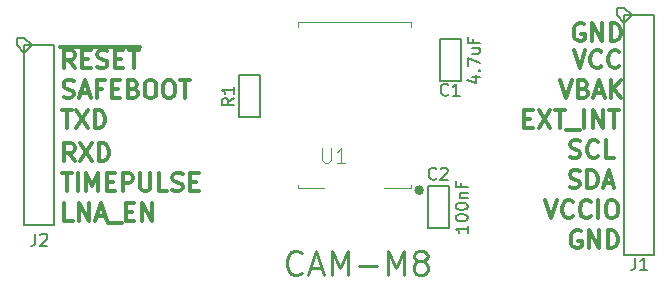
<source format=gto>
G04 #@! TF.FileFunction,Legend,Top*
%FSLAX46Y46*%
G04 Gerber Fmt 4.6, Leading zero omitted, Abs format (unit mm)*
G04 Created by KiCad (PCBNEW 4.0.7) date 01/22/18 17:36:01*
%MOMM*%
%LPD*%
G01*
G04 APERTURE LIST*
%ADD10C,0.100000*%
%ADD11C,0.300000*%
%ADD12C,0.127000*%
%ADD13C,0.120000*%
%ADD14C,0.400000*%
%ADD15C,0.152400*%
%ADD16C,0.250000*%
G04 APERTURE END LIST*
D10*
D11*
X124769429Y-116502571D02*
X124055143Y-116502571D01*
X124055143Y-115002571D01*
X125269429Y-116502571D02*
X125269429Y-115002571D01*
X126126572Y-116502571D01*
X126126572Y-115002571D01*
X126769429Y-116074000D02*
X127483715Y-116074000D01*
X126626572Y-116502571D02*
X127126572Y-115002571D01*
X127626572Y-116502571D01*
X127769429Y-116645429D02*
X128912286Y-116645429D01*
X129269429Y-115716857D02*
X129769429Y-115716857D01*
X129983715Y-116502571D02*
X129269429Y-116502571D01*
X129269429Y-115002571D01*
X129983715Y-115002571D01*
X130626572Y-116502571D02*
X130626572Y-115002571D01*
X131483715Y-116502571D01*
X131483715Y-115002571D01*
X123840857Y-112462571D02*
X124698000Y-112462571D01*
X124269429Y-113962571D02*
X124269429Y-112462571D01*
X125198000Y-113962571D02*
X125198000Y-112462571D01*
X125912286Y-113962571D02*
X125912286Y-112462571D01*
X126412286Y-113534000D01*
X126912286Y-112462571D01*
X126912286Y-113962571D01*
X127626572Y-113176857D02*
X128126572Y-113176857D01*
X128340858Y-113962571D02*
X127626572Y-113962571D01*
X127626572Y-112462571D01*
X128340858Y-112462571D01*
X128983715Y-113962571D02*
X128983715Y-112462571D01*
X129555143Y-112462571D01*
X129698001Y-112534000D01*
X129769429Y-112605429D01*
X129840858Y-112748286D01*
X129840858Y-112962571D01*
X129769429Y-113105429D01*
X129698001Y-113176857D01*
X129555143Y-113248286D01*
X128983715Y-113248286D01*
X130483715Y-112462571D02*
X130483715Y-113676857D01*
X130555143Y-113819714D01*
X130626572Y-113891143D01*
X130769429Y-113962571D01*
X131055143Y-113962571D01*
X131198001Y-113891143D01*
X131269429Y-113819714D01*
X131340858Y-113676857D01*
X131340858Y-112462571D01*
X132769430Y-113962571D02*
X132055144Y-113962571D01*
X132055144Y-112462571D01*
X133198001Y-113891143D02*
X133412287Y-113962571D01*
X133769430Y-113962571D01*
X133912287Y-113891143D01*
X133983716Y-113819714D01*
X134055144Y-113676857D01*
X134055144Y-113534000D01*
X133983716Y-113391143D01*
X133912287Y-113319714D01*
X133769430Y-113248286D01*
X133483716Y-113176857D01*
X133340858Y-113105429D01*
X133269430Y-113034000D01*
X133198001Y-112891143D01*
X133198001Y-112748286D01*
X133269430Y-112605429D01*
X133340858Y-112534000D01*
X133483716Y-112462571D01*
X133840858Y-112462571D01*
X134055144Y-112534000D01*
X134698001Y-113176857D02*
X135198001Y-113176857D01*
X135412287Y-113962571D02*
X134698001Y-113962571D01*
X134698001Y-112462571D01*
X135412287Y-112462571D01*
X124912286Y-111422571D02*
X124412286Y-110708286D01*
X124055143Y-111422571D02*
X124055143Y-109922571D01*
X124626571Y-109922571D01*
X124769429Y-109994000D01*
X124840857Y-110065429D01*
X124912286Y-110208286D01*
X124912286Y-110422571D01*
X124840857Y-110565429D01*
X124769429Y-110636857D01*
X124626571Y-110708286D01*
X124055143Y-110708286D01*
X125412286Y-109922571D02*
X126412286Y-111422571D01*
X126412286Y-109922571D02*
X125412286Y-111422571D01*
X126983714Y-111422571D02*
X126983714Y-109922571D01*
X127340857Y-109922571D01*
X127555142Y-109994000D01*
X127698000Y-110136857D01*
X127769428Y-110279714D01*
X127840857Y-110565429D01*
X127840857Y-110779714D01*
X127769428Y-111065429D01*
X127698000Y-111208286D01*
X127555142Y-111351143D01*
X127340857Y-111422571D01*
X126983714Y-111422571D01*
X123840857Y-107128571D02*
X124698000Y-107128571D01*
X124269429Y-108628571D02*
X124269429Y-107128571D01*
X125055143Y-107128571D02*
X126055143Y-108628571D01*
X126055143Y-107128571D02*
X125055143Y-108628571D01*
X126626571Y-108628571D02*
X126626571Y-107128571D01*
X126983714Y-107128571D01*
X127197999Y-107200000D01*
X127340857Y-107342857D01*
X127412285Y-107485714D01*
X127483714Y-107771429D01*
X127483714Y-107985714D01*
X127412285Y-108271429D01*
X127340857Y-108414286D01*
X127197999Y-108557143D01*
X126983714Y-108628571D01*
X126626571Y-108628571D01*
X123983714Y-106017143D02*
X124198000Y-106088571D01*
X124555143Y-106088571D01*
X124698000Y-106017143D01*
X124769429Y-105945714D01*
X124840857Y-105802857D01*
X124840857Y-105660000D01*
X124769429Y-105517143D01*
X124698000Y-105445714D01*
X124555143Y-105374286D01*
X124269429Y-105302857D01*
X124126571Y-105231429D01*
X124055143Y-105160000D01*
X123983714Y-105017143D01*
X123983714Y-104874286D01*
X124055143Y-104731429D01*
X124126571Y-104660000D01*
X124269429Y-104588571D01*
X124626571Y-104588571D01*
X124840857Y-104660000D01*
X125412285Y-105660000D02*
X126126571Y-105660000D01*
X125269428Y-106088571D02*
X125769428Y-104588571D01*
X126269428Y-106088571D01*
X127269428Y-105302857D02*
X126769428Y-105302857D01*
X126769428Y-106088571D02*
X126769428Y-104588571D01*
X127483714Y-104588571D01*
X128055142Y-105302857D02*
X128555142Y-105302857D01*
X128769428Y-106088571D02*
X128055142Y-106088571D01*
X128055142Y-104588571D01*
X128769428Y-104588571D01*
X129912285Y-105302857D02*
X130126571Y-105374286D01*
X130197999Y-105445714D01*
X130269428Y-105588571D01*
X130269428Y-105802857D01*
X130197999Y-105945714D01*
X130126571Y-106017143D01*
X129983713Y-106088571D01*
X129412285Y-106088571D01*
X129412285Y-104588571D01*
X129912285Y-104588571D01*
X130055142Y-104660000D01*
X130126571Y-104731429D01*
X130197999Y-104874286D01*
X130197999Y-105017143D01*
X130126571Y-105160000D01*
X130055142Y-105231429D01*
X129912285Y-105302857D01*
X129412285Y-105302857D01*
X131197999Y-104588571D02*
X131483713Y-104588571D01*
X131626571Y-104660000D01*
X131769428Y-104802857D01*
X131840856Y-105088571D01*
X131840856Y-105588571D01*
X131769428Y-105874286D01*
X131626571Y-106017143D01*
X131483713Y-106088571D01*
X131197999Y-106088571D01*
X131055142Y-106017143D01*
X130912285Y-105874286D01*
X130840856Y-105588571D01*
X130840856Y-105088571D01*
X130912285Y-104802857D01*
X131055142Y-104660000D01*
X131197999Y-104588571D01*
X132769428Y-104588571D02*
X133055142Y-104588571D01*
X133198000Y-104660000D01*
X133340857Y-104802857D01*
X133412285Y-105088571D01*
X133412285Y-105588571D01*
X133340857Y-105874286D01*
X133198000Y-106017143D01*
X133055142Y-106088571D01*
X132769428Y-106088571D01*
X132626571Y-106017143D01*
X132483714Y-105874286D01*
X132412285Y-105588571D01*
X132412285Y-105088571D01*
X132483714Y-104802857D01*
X132626571Y-104660000D01*
X132769428Y-104588571D01*
X133840857Y-104588571D02*
X134698000Y-104588571D01*
X134269429Y-106088571D02*
X134269429Y-104588571D01*
X124912286Y-103548571D02*
X124412286Y-102834286D01*
X124055143Y-103548571D02*
X124055143Y-102048571D01*
X124626571Y-102048571D01*
X124769429Y-102120000D01*
X124840857Y-102191429D01*
X124912286Y-102334286D01*
X124912286Y-102548571D01*
X124840857Y-102691429D01*
X124769429Y-102762857D01*
X124626571Y-102834286D01*
X124055143Y-102834286D01*
X125555143Y-102762857D02*
X126055143Y-102762857D01*
X126269429Y-103548571D02*
X125555143Y-103548571D01*
X125555143Y-102048571D01*
X126269429Y-102048571D01*
X126840857Y-103477143D02*
X127055143Y-103548571D01*
X127412286Y-103548571D01*
X127555143Y-103477143D01*
X127626572Y-103405714D01*
X127698000Y-103262857D01*
X127698000Y-103120000D01*
X127626572Y-102977143D01*
X127555143Y-102905714D01*
X127412286Y-102834286D01*
X127126572Y-102762857D01*
X126983714Y-102691429D01*
X126912286Y-102620000D01*
X126840857Y-102477143D01*
X126840857Y-102334286D01*
X126912286Y-102191429D01*
X126983714Y-102120000D01*
X127126572Y-102048571D01*
X127483714Y-102048571D01*
X127698000Y-102120000D01*
X128340857Y-102762857D02*
X128840857Y-102762857D01*
X129055143Y-103548571D02*
X128340857Y-103548571D01*
X128340857Y-102048571D01*
X129055143Y-102048571D01*
X129483714Y-102048571D02*
X130340857Y-102048571D01*
X129912286Y-103548571D02*
X129912286Y-102048571D01*
X123698000Y-101790000D02*
X130483714Y-101790000D01*
X167767143Y-117360000D02*
X167624286Y-117288571D01*
X167410000Y-117288571D01*
X167195715Y-117360000D01*
X167052857Y-117502857D01*
X166981429Y-117645714D01*
X166910000Y-117931429D01*
X166910000Y-118145714D01*
X166981429Y-118431429D01*
X167052857Y-118574286D01*
X167195715Y-118717143D01*
X167410000Y-118788571D01*
X167552857Y-118788571D01*
X167767143Y-118717143D01*
X167838572Y-118645714D01*
X167838572Y-118145714D01*
X167552857Y-118145714D01*
X168481429Y-118788571D02*
X168481429Y-117288571D01*
X169338572Y-118788571D01*
X169338572Y-117288571D01*
X170052858Y-118788571D02*
X170052858Y-117288571D01*
X170410001Y-117288571D01*
X170624286Y-117360000D01*
X170767144Y-117502857D01*
X170838572Y-117645714D01*
X170910001Y-117931429D01*
X170910001Y-118145714D01*
X170838572Y-118431429D01*
X170767144Y-118574286D01*
X170624286Y-118717143D01*
X170410001Y-118788571D01*
X170052858Y-118788571D01*
X164751143Y-114748571D02*
X165251143Y-116248571D01*
X165751143Y-114748571D01*
X167108286Y-116105714D02*
X167036857Y-116177143D01*
X166822571Y-116248571D01*
X166679714Y-116248571D01*
X166465429Y-116177143D01*
X166322571Y-116034286D01*
X166251143Y-115891429D01*
X166179714Y-115605714D01*
X166179714Y-115391429D01*
X166251143Y-115105714D01*
X166322571Y-114962857D01*
X166465429Y-114820000D01*
X166679714Y-114748571D01*
X166822571Y-114748571D01*
X167036857Y-114820000D01*
X167108286Y-114891429D01*
X168608286Y-116105714D02*
X168536857Y-116177143D01*
X168322571Y-116248571D01*
X168179714Y-116248571D01*
X167965429Y-116177143D01*
X167822571Y-116034286D01*
X167751143Y-115891429D01*
X167679714Y-115605714D01*
X167679714Y-115391429D01*
X167751143Y-115105714D01*
X167822571Y-114962857D01*
X167965429Y-114820000D01*
X168179714Y-114748571D01*
X168322571Y-114748571D01*
X168536857Y-114820000D01*
X168608286Y-114891429D01*
X169251143Y-116248571D02*
X169251143Y-114748571D01*
X170251143Y-114748571D02*
X170536857Y-114748571D01*
X170679715Y-114820000D01*
X170822572Y-114962857D01*
X170894000Y-115248571D01*
X170894000Y-115748571D01*
X170822572Y-116034286D01*
X170679715Y-116177143D01*
X170536857Y-116248571D01*
X170251143Y-116248571D01*
X170108286Y-116177143D01*
X169965429Y-116034286D01*
X169894000Y-115748571D01*
X169894000Y-115248571D01*
X169965429Y-114962857D01*
X170108286Y-114820000D01*
X170251143Y-114748571D01*
X166834572Y-113637143D02*
X167048858Y-113708571D01*
X167406001Y-113708571D01*
X167548858Y-113637143D01*
X167620287Y-113565714D01*
X167691715Y-113422857D01*
X167691715Y-113280000D01*
X167620287Y-113137143D01*
X167548858Y-113065714D01*
X167406001Y-112994286D01*
X167120287Y-112922857D01*
X166977429Y-112851429D01*
X166906001Y-112780000D01*
X166834572Y-112637143D01*
X166834572Y-112494286D01*
X166906001Y-112351429D01*
X166977429Y-112280000D01*
X167120287Y-112208571D01*
X167477429Y-112208571D01*
X167691715Y-112280000D01*
X168334572Y-113708571D02*
X168334572Y-112208571D01*
X168691715Y-112208571D01*
X168906000Y-112280000D01*
X169048858Y-112422857D01*
X169120286Y-112565714D01*
X169191715Y-112851429D01*
X169191715Y-113065714D01*
X169120286Y-113351429D01*
X169048858Y-113494286D01*
X168906000Y-113637143D01*
X168691715Y-113708571D01*
X168334572Y-113708571D01*
X169763143Y-113280000D02*
X170477429Y-113280000D01*
X169620286Y-113708571D02*
X170120286Y-112208571D01*
X170620286Y-113708571D01*
X166870286Y-111097143D02*
X167084572Y-111168571D01*
X167441715Y-111168571D01*
X167584572Y-111097143D01*
X167656001Y-111025714D01*
X167727429Y-110882857D01*
X167727429Y-110740000D01*
X167656001Y-110597143D01*
X167584572Y-110525714D01*
X167441715Y-110454286D01*
X167156001Y-110382857D01*
X167013143Y-110311429D01*
X166941715Y-110240000D01*
X166870286Y-110097143D01*
X166870286Y-109954286D01*
X166941715Y-109811429D01*
X167013143Y-109740000D01*
X167156001Y-109668571D01*
X167513143Y-109668571D01*
X167727429Y-109740000D01*
X169227429Y-111025714D02*
X169156000Y-111097143D01*
X168941714Y-111168571D01*
X168798857Y-111168571D01*
X168584572Y-111097143D01*
X168441714Y-110954286D01*
X168370286Y-110811429D01*
X168298857Y-110525714D01*
X168298857Y-110311429D01*
X168370286Y-110025714D01*
X168441714Y-109882857D01*
X168584572Y-109740000D01*
X168798857Y-109668571D01*
X168941714Y-109668571D01*
X169156000Y-109740000D01*
X169227429Y-109811429D01*
X170584572Y-111168571D02*
X169870286Y-111168571D01*
X169870286Y-109668571D01*
X162985143Y-107842857D02*
X163485143Y-107842857D01*
X163699429Y-108628571D02*
X162985143Y-108628571D01*
X162985143Y-107128571D01*
X163699429Y-107128571D01*
X164199429Y-107128571D02*
X165199429Y-108628571D01*
X165199429Y-107128571D02*
X164199429Y-108628571D01*
X165556571Y-107128571D02*
X166413714Y-107128571D01*
X165985143Y-108628571D02*
X165985143Y-107128571D01*
X166556571Y-108771429D02*
X167699428Y-108771429D01*
X168056571Y-108628571D02*
X168056571Y-107128571D01*
X168770857Y-108628571D02*
X168770857Y-107128571D01*
X169628000Y-108628571D01*
X169628000Y-107128571D01*
X170128000Y-107128571D02*
X170985143Y-107128571D01*
X170556572Y-108628571D02*
X170556572Y-107128571D01*
X166013143Y-104588571D02*
X166513143Y-106088571D01*
X167013143Y-104588571D01*
X168013143Y-105302857D02*
X168227429Y-105374286D01*
X168298857Y-105445714D01*
X168370286Y-105588571D01*
X168370286Y-105802857D01*
X168298857Y-105945714D01*
X168227429Y-106017143D01*
X168084571Y-106088571D01*
X167513143Y-106088571D01*
X167513143Y-104588571D01*
X168013143Y-104588571D01*
X168156000Y-104660000D01*
X168227429Y-104731429D01*
X168298857Y-104874286D01*
X168298857Y-105017143D01*
X168227429Y-105160000D01*
X168156000Y-105231429D01*
X168013143Y-105302857D01*
X167513143Y-105302857D01*
X168941714Y-105660000D02*
X169656000Y-105660000D01*
X168798857Y-106088571D02*
X169298857Y-104588571D01*
X169798857Y-106088571D01*
X170298857Y-106088571D02*
X170298857Y-104588571D01*
X171156000Y-106088571D02*
X170513143Y-105231429D01*
X171156000Y-104588571D02*
X170298857Y-105445714D01*
X168021143Y-99834000D02*
X167878286Y-99762571D01*
X167664000Y-99762571D01*
X167449715Y-99834000D01*
X167306857Y-99976857D01*
X167235429Y-100119714D01*
X167164000Y-100405429D01*
X167164000Y-100619714D01*
X167235429Y-100905429D01*
X167306857Y-101048286D01*
X167449715Y-101191143D01*
X167664000Y-101262571D01*
X167806857Y-101262571D01*
X168021143Y-101191143D01*
X168092572Y-101119714D01*
X168092572Y-100619714D01*
X167806857Y-100619714D01*
X168735429Y-101262571D02*
X168735429Y-99762571D01*
X169592572Y-101262571D01*
X169592572Y-99762571D01*
X170306858Y-101262571D02*
X170306858Y-99762571D01*
X170664001Y-99762571D01*
X170878286Y-99834000D01*
X171021144Y-99976857D01*
X171092572Y-100119714D01*
X171164001Y-100405429D01*
X171164001Y-100619714D01*
X171092572Y-100905429D01*
X171021144Y-101048286D01*
X170878286Y-101191143D01*
X170664001Y-101262571D01*
X170306858Y-101262571D01*
X167164000Y-102048571D02*
X167664000Y-103548571D01*
X168164000Y-102048571D01*
X169521143Y-103405714D02*
X169449714Y-103477143D01*
X169235428Y-103548571D01*
X169092571Y-103548571D01*
X168878286Y-103477143D01*
X168735428Y-103334286D01*
X168664000Y-103191429D01*
X168592571Y-102905714D01*
X168592571Y-102691429D01*
X168664000Y-102405714D01*
X168735428Y-102262857D01*
X168878286Y-102120000D01*
X169092571Y-102048571D01*
X169235428Y-102048571D01*
X169449714Y-102120000D01*
X169521143Y-102191429D01*
X171021143Y-103405714D02*
X170949714Y-103477143D01*
X170735428Y-103548571D01*
X170592571Y-103548571D01*
X170378286Y-103477143D01*
X170235428Y-103334286D01*
X170164000Y-103191429D01*
X170092571Y-102905714D01*
X170092571Y-102691429D01*
X170164000Y-102405714D01*
X170235428Y-102262857D01*
X170378286Y-102120000D01*
X170592571Y-102048571D01*
X170735428Y-102048571D01*
X170949714Y-102120000D01*
X171021143Y-102191429D01*
D12*
X155818840Y-104668320D02*
X157617160Y-104668320D01*
X157617160Y-104668320D02*
X157617160Y-101071680D01*
X157617160Y-101071680D02*
X155818840Y-101071680D01*
X155818840Y-101071680D02*
X155818840Y-104668320D01*
X156601160Y-113517680D02*
X154802840Y-113517680D01*
X154802840Y-113517680D02*
X154802840Y-117114320D01*
X154802840Y-117114320D02*
X156601160Y-117114320D01*
X156601160Y-117114320D02*
X156601160Y-113517680D01*
X123169680Y-101620320D02*
X123169680Y-116819680D01*
X123169680Y-116819680D02*
X120670320Y-116819680D01*
X120670320Y-116819680D02*
X120670320Y-101620320D01*
X120670320Y-101620320D02*
X123169680Y-101620320D01*
X120015000Y-100965000D02*
X120015000Y-101600000D01*
X120015000Y-101600000D02*
X120650000Y-102235000D01*
X120650000Y-102235000D02*
X121285000Y-101600000D01*
X121285000Y-101600000D02*
X120650000Y-100965000D01*
X120650000Y-100965000D02*
X120015000Y-100965000D01*
X138800840Y-107716320D02*
X140599160Y-107716320D01*
X140599160Y-107716320D02*
X140599160Y-104119680D01*
X140599160Y-104119680D02*
X138800840Y-104119680D01*
X138800840Y-104119680D02*
X138800840Y-107716320D01*
D13*
X153390000Y-99680000D02*
X153390000Y-100050000D01*
D14*
X154290000Y-113880000D02*
G75*
G03X154290000Y-113880000I-200000J0D01*
G01*
D13*
X153390000Y-113410000D02*
X153390000Y-113680000D01*
X153390000Y-113680000D02*
X151120000Y-113680000D01*
X143790000Y-100050000D02*
X143790000Y-99680000D01*
X143790000Y-99680000D02*
X153390000Y-99680000D01*
X146060000Y-113680000D02*
X143790000Y-113680000D01*
X143790000Y-113680000D02*
X143790000Y-113410000D01*
D12*
X173969680Y-99080320D02*
X173969680Y-119359680D01*
X173969680Y-119359680D02*
X171470320Y-119359680D01*
X171470320Y-119359680D02*
X171470320Y-99080320D01*
X171470320Y-99080320D02*
X173969680Y-99080320D01*
X170815000Y-98425000D02*
X170815000Y-99060000D01*
X170815000Y-99060000D02*
X171450000Y-99695000D01*
X171450000Y-99695000D02*
X172085000Y-99060000D01*
X172085000Y-99060000D02*
X171450000Y-98425000D01*
X171450000Y-98425000D02*
X170815000Y-98425000D01*
D15*
X156548667Y-105772857D02*
X156500286Y-105821238D01*
X156355143Y-105869619D01*
X156258381Y-105869619D01*
X156113239Y-105821238D01*
X156016477Y-105724476D01*
X155968096Y-105627714D01*
X155919715Y-105434190D01*
X155919715Y-105289048D01*
X155968096Y-105095524D01*
X156016477Y-104998762D01*
X156113239Y-104902000D01*
X156258381Y-104853619D01*
X156355143Y-104853619D01*
X156500286Y-104902000D01*
X156548667Y-104950381D01*
X157516286Y-105869619D02*
X156935715Y-105869619D01*
X157226001Y-105869619D02*
X157226001Y-104853619D01*
X157129239Y-104998762D01*
X157032477Y-105095524D01*
X156935715Y-105143905D01*
X158532286Y-104297238D02*
X159209619Y-104297238D01*
X158145238Y-104539142D02*
X158870952Y-104781047D01*
X158870952Y-104152095D01*
X159112857Y-103765047D02*
X159161238Y-103716666D01*
X159209619Y-103765047D01*
X159161238Y-103813428D01*
X159112857Y-103765047D01*
X159209619Y-103765047D01*
X158193619Y-103377999D02*
X158193619Y-102700666D01*
X159209619Y-103136094D01*
X158532286Y-101878190D02*
X159209619Y-101878190D01*
X158532286Y-102313618D02*
X159064476Y-102313618D01*
X159161238Y-102265237D01*
X159209619Y-102168475D01*
X159209619Y-102023333D01*
X159161238Y-101926571D01*
X159112857Y-101878190D01*
X158677429Y-101055714D02*
X158677429Y-101394380D01*
X159209619Y-101394380D02*
X158193619Y-101394380D01*
X158193619Y-100910571D01*
X155532667Y-112884857D02*
X155484286Y-112933238D01*
X155339143Y-112981619D01*
X155242381Y-112981619D01*
X155097239Y-112933238D01*
X155000477Y-112836476D01*
X154952096Y-112739714D01*
X154903715Y-112546190D01*
X154903715Y-112401048D01*
X154952096Y-112207524D01*
X155000477Y-112110762D01*
X155097239Y-112014000D01*
X155242381Y-111965619D01*
X155339143Y-111965619D01*
X155484286Y-112014000D01*
X155532667Y-112062381D01*
X155919715Y-112062381D02*
X155968096Y-112014000D01*
X156064858Y-111965619D01*
X156306762Y-111965619D01*
X156403524Y-112014000D01*
X156451905Y-112062381D01*
X156500286Y-112159143D01*
X156500286Y-112255905D01*
X156451905Y-112401048D01*
X155871334Y-112981619D01*
X156500286Y-112981619D01*
X158193619Y-116888381D02*
X158193619Y-117468952D01*
X158193619Y-117178666D02*
X157177619Y-117178666D01*
X157322762Y-117275428D01*
X157419524Y-117372190D01*
X157467905Y-117468952D01*
X157177619Y-116259428D02*
X157177619Y-116162667D01*
X157226000Y-116065905D01*
X157274381Y-116017524D01*
X157371143Y-115969143D01*
X157564667Y-115920762D01*
X157806571Y-115920762D01*
X158000095Y-115969143D01*
X158096857Y-116017524D01*
X158145238Y-116065905D01*
X158193619Y-116162667D01*
X158193619Y-116259428D01*
X158145238Y-116356190D01*
X158096857Y-116404571D01*
X158000095Y-116452952D01*
X157806571Y-116501333D01*
X157564667Y-116501333D01*
X157371143Y-116452952D01*
X157274381Y-116404571D01*
X157226000Y-116356190D01*
X157177619Y-116259428D01*
X157177619Y-115291809D02*
X157177619Y-115195048D01*
X157226000Y-115098286D01*
X157274381Y-115049905D01*
X157371143Y-115001524D01*
X157564667Y-114953143D01*
X157806571Y-114953143D01*
X158000095Y-115001524D01*
X158096857Y-115049905D01*
X158145238Y-115098286D01*
X158193619Y-115195048D01*
X158193619Y-115291809D01*
X158145238Y-115388571D01*
X158096857Y-115436952D01*
X158000095Y-115485333D01*
X157806571Y-115533714D01*
X157564667Y-115533714D01*
X157371143Y-115485333D01*
X157274381Y-115436952D01*
X157226000Y-115388571D01*
X157177619Y-115291809D01*
X157516286Y-114517714D02*
X158193619Y-114517714D01*
X157613048Y-114517714D02*
X157564667Y-114469333D01*
X157516286Y-114372571D01*
X157516286Y-114227429D01*
X157564667Y-114130667D01*
X157661429Y-114082286D01*
X158193619Y-114082286D01*
X157661429Y-113259810D02*
X157661429Y-113598476D01*
X158193619Y-113598476D02*
X157177619Y-113598476D01*
X157177619Y-113114667D01*
X121581333Y-117553619D02*
X121581333Y-118279333D01*
X121532953Y-118424476D01*
X121436191Y-118521238D01*
X121291048Y-118569619D01*
X121194286Y-118569619D01*
X122016762Y-117650381D02*
X122065143Y-117602000D01*
X122161905Y-117553619D01*
X122403809Y-117553619D01*
X122500571Y-117602000D01*
X122548952Y-117650381D01*
X122597333Y-117747143D01*
X122597333Y-117843905D01*
X122548952Y-117989048D01*
X121968381Y-118569619D01*
X122597333Y-118569619D01*
X138381619Y-106087333D02*
X137897810Y-106425999D01*
X138381619Y-106667904D02*
X137365619Y-106667904D01*
X137365619Y-106280857D01*
X137414000Y-106184095D01*
X137462381Y-106135714D01*
X137559143Y-106087333D01*
X137704286Y-106087333D01*
X137801048Y-106135714D01*
X137849429Y-106184095D01*
X137897810Y-106280857D01*
X137897810Y-106667904D01*
X138381619Y-105119714D02*
X138381619Y-105700285D01*
X138381619Y-105409999D02*
X137365619Y-105409999D01*
X137510762Y-105506761D01*
X137607524Y-105603523D01*
X137655905Y-105700285D01*
D13*
X145897714Y-110340857D02*
X145897714Y-111312286D01*
X145954857Y-111426571D01*
X146012000Y-111483714D01*
X146126286Y-111540857D01*
X146354857Y-111540857D01*
X146469143Y-111483714D01*
X146526286Y-111426571D01*
X146583429Y-111312286D01*
X146583429Y-110340857D01*
X147783429Y-111540857D02*
X147097714Y-111540857D01*
X147440572Y-111540857D02*
X147440572Y-110340857D01*
X147326286Y-110512286D01*
X147212000Y-110626571D01*
X147097714Y-110683714D01*
D16*
X144129715Y-120856286D02*
X144034477Y-120951524D01*
X143748762Y-121046762D01*
X143558286Y-121046762D01*
X143272572Y-120951524D01*
X143082096Y-120761048D01*
X142986857Y-120570571D01*
X142891619Y-120189619D01*
X142891619Y-119903905D01*
X142986857Y-119522952D01*
X143082096Y-119332476D01*
X143272572Y-119142000D01*
X143558286Y-119046762D01*
X143748762Y-119046762D01*
X144034477Y-119142000D01*
X144129715Y-119237238D01*
X144891619Y-120475333D02*
X145844000Y-120475333D01*
X144701143Y-121046762D02*
X145367810Y-119046762D01*
X146034477Y-121046762D01*
X146701143Y-121046762D02*
X146701143Y-119046762D01*
X147367810Y-120475333D01*
X148034477Y-119046762D01*
X148034477Y-121046762D01*
X148986857Y-120284857D02*
X150510667Y-120284857D01*
X151463047Y-121046762D02*
X151463047Y-119046762D01*
X152129714Y-120475333D01*
X152796381Y-119046762D01*
X152796381Y-121046762D01*
X154034476Y-119903905D02*
X153844000Y-119808667D01*
X153748761Y-119713429D01*
X153653523Y-119522952D01*
X153653523Y-119427714D01*
X153748761Y-119237238D01*
X153844000Y-119142000D01*
X154034476Y-119046762D01*
X154415428Y-119046762D01*
X154605904Y-119142000D01*
X154701142Y-119237238D01*
X154796381Y-119427714D01*
X154796381Y-119522952D01*
X154701142Y-119713429D01*
X154605904Y-119808667D01*
X154415428Y-119903905D01*
X154034476Y-119903905D01*
X153844000Y-119999143D01*
X153748761Y-120094381D01*
X153653523Y-120284857D01*
X153653523Y-120665810D01*
X153748761Y-120856286D01*
X153844000Y-120951524D01*
X154034476Y-121046762D01*
X154415428Y-121046762D01*
X154605904Y-120951524D01*
X154701142Y-120856286D01*
X154796381Y-120665810D01*
X154796381Y-120284857D01*
X154701142Y-120094381D01*
X154605904Y-119999143D01*
X154415428Y-119903905D01*
D15*
X172381333Y-119585619D02*
X172381333Y-120311333D01*
X172332953Y-120456476D01*
X172236191Y-120553238D01*
X172091048Y-120601619D01*
X171994286Y-120601619D01*
X173397333Y-120601619D02*
X172816762Y-120601619D01*
X173107048Y-120601619D02*
X173107048Y-119585619D01*
X173010286Y-119730762D01*
X172913524Y-119827524D01*
X172816762Y-119875905D01*
M02*

</source>
